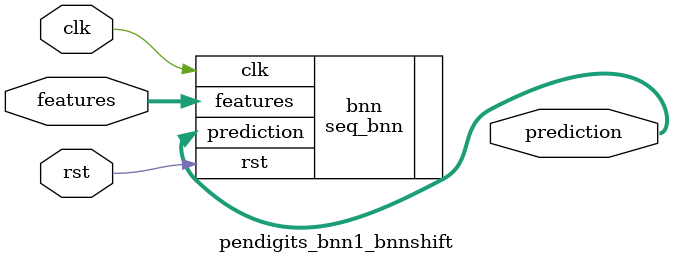
<source format=v>













module pendigits_bnn1_bnnshift #(

parameter FEAT_CNT = 16,
parameter HIDDEN_CNT = 40,
parameter FEAT_BITS = 4,
parameter CLASS_CNT = 10,
parameter TEST_CNT = 1000


  ) (
  input clk,
  input rst,
  input [FEAT_CNT*FEAT_BITS-1:0] features,
  output [$clog2(CLASS_CNT)-1:0] prediction
  );

  localparam Weights0 = 640'b0111100101011001111011000111010001000000100011110110010000110111100011000011011001110011010010011110010001111000010000011110110000011010110111100101000000001100100010100110110100110101000111000011001101010000000111110111000000100010110010101100101010100111101111011001111000111001001101101111100101110100100000101101011101011111001000111011010010010000000111001101111111010000100101101001100000111101100011100010101110001000111100011011110001001111110101111000111100101100110101100101001101010110010010111100011111011010001010000010001010101000101101010100100010100001110011000000000101101011011000111110100000001111111110110111111100001000 ;
  localparam Weights1 = 400'b0000100000101111101101100001011000110000011110110111101011101100111100000000000001011101010001011000011110000100011101100111000000001111010000000110111100001000010010110010110110100000011111111101000010001000011011000111010110000010000010110101011011010111100111100010101011111110110001011100011000001010100011000011111010001111111000101011111010000101001111000111000011011001011111000001101001000001 ;

  seq_bnn #(.FEAT_CNT(FEAT_CNT),.FEAT_BITS(FEAT_BITS),.HIDDEN_CNT(HIDDEN_CNT),.CLASS_CNT(CLASS_CNT),.Weights0(Weights0),.Weights1(Weights1)) bnn (
    .clk(clk),
    .rst(rst),
    .features(features),
    .prediction(prediction)
  );

endmodule

</source>
